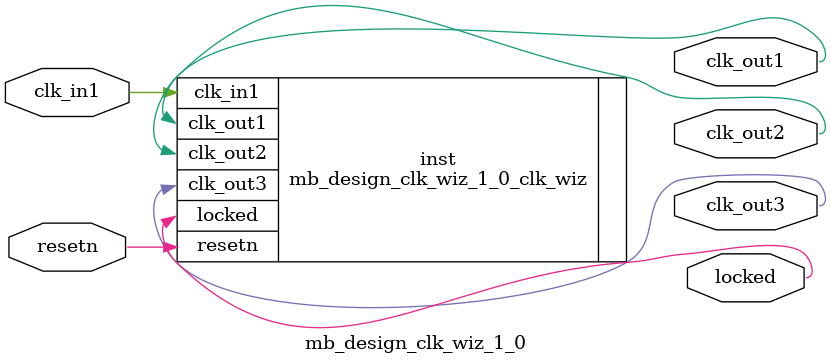
<source format=v>


`timescale 1ps/1ps

(* CORE_GENERATION_INFO = "mb_design_clk_wiz_1_0,clk_wiz_v6_0_1_0_0,{component_name=mb_design_clk_wiz_1_0,use_phase_alignment=true,use_min_o_jitter=false,use_max_i_jitter=false,use_dyn_phase_shift=false,use_inclk_switchover=false,use_dyn_reconfig=false,enable_axi=0,feedback_source=FDBK_AUTO,PRIMITIVE=MMCM,num_out_clk=3,clkin1_period=10.000,clkin2_period=10.000,use_power_down=false,use_reset=true,use_locked=true,use_inclk_stopped=false,feedback_type=SINGLE,CLOCK_MGR_TYPE=NA,manual_override=false}" *)

module mb_design_clk_wiz_1_0 
 (
  // Clock out ports
  output        clk_out1,
  output        clk_out2,
  output        clk_out3,
  // Status and control signals
  input         resetn,
  output        locked,
 // Clock in ports
  input         clk_in1
 );

  mb_design_clk_wiz_1_0_clk_wiz inst
  (
  // Clock out ports  
  .clk_out1(clk_out1),
  .clk_out2(clk_out2),
  .clk_out3(clk_out3),
  // Status and control signals               
  .resetn(resetn), 
  .locked(locked),
 // Clock in ports
  .clk_in1(clk_in1)
  );

endmodule

</source>
